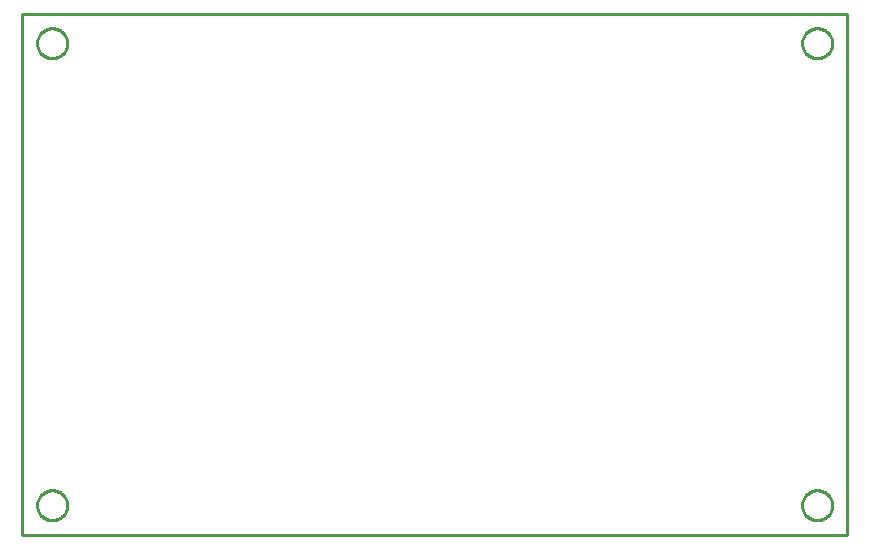
<source format=gbr>
G04 EAGLE Gerber RS-274X export*
G75*
%MOMM*%
%FSLAX34Y34*%
%LPD*%
%IN*%
%IPPOS*%
%AMOC8*
5,1,8,0,0,1.08239X$1,22.5*%
G01*
%ADD10C,0.254000*%


D10*
X0Y0D02*
X698300Y0D01*
X698300Y441200D01*
X0Y441200D01*
X0Y0D01*
X38100Y416061D02*
X38022Y415066D01*
X37866Y414080D01*
X37633Y413110D01*
X37324Y412161D01*
X36942Y411239D01*
X36489Y410350D01*
X35968Y409499D01*
X35381Y408691D01*
X34733Y407933D01*
X34027Y407227D01*
X33269Y406579D01*
X32461Y405992D01*
X31610Y405471D01*
X30721Y405018D01*
X29799Y404636D01*
X28850Y404327D01*
X27880Y404094D01*
X26894Y403938D01*
X25899Y403860D01*
X24901Y403860D01*
X23906Y403938D01*
X22920Y404094D01*
X21950Y404327D01*
X21001Y404636D01*
X20079Y405018D01*
X19190Y405471D01*
X18339Y405992D01*
X17531Y406579D01*
X16773Y407227D01*
X16067Y407933D01*
X15419Y408691D01*
X14832Y409499D01*
X14311Y410350D01*
X13858Y411239D01*
X13476Y412161D01*
X13167Y413110D01*
X12934Y414080D01*
X12778Y415066D01*
X12700Y416061D01*
X12700Y417059D01*
X12778Y418054D01*
X12934Y419040D01*
X13167Y420010D01*
X13476Y420959D01*
X13858Y421881D01*
X14311Y422770D01*
X14832Y423621D01*
X15419Y424429D01*
X16067Y425187D01*
X16773Y425893D01*
X17531Y426541D01*
X18339Y427128D01*
X19190Y427649D01*
X20079Y428102D01*
X21001Y428484D01*
X21950Y428793D01*
X22920Y429026D01*
X23906Y429182D01*
X24901Y429260D01*
X25899Y429260D01*
X26894Y429182D01*
X27880Y429026D01*
X28850Y428793D01*
X29799Y428484D01*
X30721Y428102D01*
X31610Y427649D01*
X32461Y427128D01*
X33269Y426541D01*
X34027Y425893D01*
X34733Y425187D01*
X35381Y424429D01*
X35968Y423621D01*
X36489Y422770D01*
X36942Y421881D01*
X37324Y420959D01*
X37633Y420010D01*
X37866Y419040D01*
X38022Y418054D01*
X38100Y417059D01*
X38100Y416061D01*
X685800Y416061D02*
X685722Y415066D01*
X685566Y414080D01*
X685333Y413110D01*
X685024Y412161D01*
X684642Y411239D01*
X684189Y410350D01*
X683668Y409499D01*
X683081Y408691D01*
X682433Y407933D01*
X681727Y407227D01*
X680969Y406579D01*
X680161Y405992D01*
X679310Y405471D01*
X678421Y405018D01*
X677499Y404636D01*
X676550Y404327D01*
X675580Y404094D01*
X674594Y403938D01*
X673599Y403860D01*
X672601Y403860D01*
X671606Y403938D01*
X670620Y404094D01*
X669650Y404327D01*
X668701Y404636D01*
X667779Y405018D01*
X666890Y405471D01*
X666039Y405992D01*
X665231Y406579D01*
X664473Y407227D01*
X663767Y407933D01*
X663119Y408691D01*
X662532Y409499D01*
X662011Y410350D01*
X661558Y411239D01*
X661176Y412161D01*
X660867Y413110D01*
X660634Y414080D01*
X660478Y415066D01*
X660400Y416061D01*
X660400Y417059D01*
X660478Y418054D01*
X660634Y419040D01*
X660867Y420010D01*
X661176Y420959D01*
X661558Y421881D01*
X662011Y422770D01*
X662532Y423621D01*
X663119Y424429D01*
X663767Y425187D01*
X664473Y425893D01*
X665231Y426541D01*
X666039Y427128D01*
X666890Y427649D01*
X667779Y428102D01*
X668701Y428484D01*
X669650Y428793D01*
X670620Y429026D01*
X671606Y429182D01*
X672601Y429260D01*
X673599Y429260D01*
X674594Y429182D01*
X675580Y429026D01*
X676550Y428793D01*
X677499Y428484D01*
X678421Y428102D01*
X679310Y427649D01*
X680161Y427128D01*
X680969Y426541D01*
X681727Y425893D01*
X682433Y425187D01*
X683081Y424429D01*
X683668Y423621D01*
X684189Y422770D01*
X684642Y421881D01*
X685024Y420959D01*
X685333Y420010D01*
X685566Y419040D01*
X685722Y418054D01*
X685800Y417059D01*
X685800Y416061D01*
X685800Y24901D02*
X685722Y23906D01*
X685566Y22920D01*
X685333Y21950D01*
X685024Y21001D01*
X684642Y20079D01*
X684189Y19190D01*
X683668Y18339D01*
X683081Y17531D01*
X682433Y16773D01*
X681727Y16067D01*
X680969Y15419D01*
X680161Y14832D01*
X679310Y14311D01*
X678421Y13858D01*
X677499Y13476D01*
X676550Y13167D01*
X675580Y12934D01*
X674594Y12778D01*
X673599Y12700D01*
X672601Y12700D01*
X671606Y12778D01*
X670620Y12934D01*
X669650Y13167D01*
X668701Y13476D01*
X667779Y13858D01*
X666890Y14311D01*
X666039Y14832D01*
X665231Y15419D01*
X664473Y16067D01*
X663767Y16773D01*
X663119Y17531D01*
X662532Y18339D01*
X662011Y19190D01*
X661558Y20079D01*
X661176Y21001D01*
X660867Y21950D01*
X660634Y22920D01*
X660478Y23906D01*
X660400Y24901D01*
X660400Y25899D01*
X660478Y26894D01*
X660634Y27880D01*
X660867Y28850D01*
X661176Y29799D01*
X661558Y30721D01*
X662011Y31610D01*
X662532Y32461D01*
X663119Y33269D01*
X663767Y34027D01*
X664473Y34733D01*
X665231Y35381D01*
X666039Y35968D01*
X666890Y36489D01*
X667779Y36942D01*
X668701Y37324D01*
X669650Y37633D01*
X670620Y37866D01*
X671606Y38022D01*
X672601Y38100D01*
X673599Y38100D01*
X674594Y38022D01*
X675580Y37866D01*
X676550Y37633D01*
X677499Y37324D01*
X678421Y36942D01*
X679310Y36489D01*
X680161Y35968D01*
X680969Y35381D01*
X681727Y34733D01*
X682433Y34027D01*
X683081Y33269D01*
X683668Y32461D01*
X684189Y31610D01*
X684642Y30721D01*
X685024Y29799D01*
X685333Y28850D01*
X685566Y27880D01*
X685722Y26894D01*
X685800Y25899D01*
X685800Y24901D01*
X38100Y24901D02*
X38022Y23906D01*
X37866Y22920D01*
X37633Y21950D01*
X37324Y21001D01*
X36942Y20079D01*
X36489Y19190D01*
X35968Y18339D01*
X35381Y17531D01*
X34733Y16773D01*
X34027Y16067D01*
X33269Y15419D01*
X32461Y14832D01*
X31610Y14311D01*
X30721Y13858D01*
X29799Y13476D01*
X28850Y13167D01*
X27880Y12934D01*
X26894Y12778D01*
X25899Y12700D01*
X24901Y12700D01*
X23906Y12778D01*
X22920Y12934D01*
X21950Y13167D01*
X21001Y13476D01*
X20079Y13858D01*
X19190Y14311D01*
X18339Y14832D01*
X17531Y15419D01*
X16773Y16067D01*
X16067Y16773D01*
X15419Y17531D01*
X14832Y18339D01*
X14311Y19190D01*
X13858Y20079D01*
X13476Y21001D01*
X13167Y21950D01*
X12934Y22920D01*
X12778Y23906D01*
X12700Y24901D01*
X12700Y25899D01*
X12778Y26894D01*
X12934Y27880D01*
X13167Y28850D01*
X13476Y29799D01*
X13858Y30721D01*
X14311Y31610D01*
X14832Y32461D01*
X15419Y33269D01*
X16067Y34027D01*
X16773Y34733D01*
X17531Y35381D01*
X18339Y35968D01*
X19190Y36489D01*
X20079Y36942D01*
X21001Y37324D01*
X21950Y37633D01*
X22920Y37866D01*
X23906Y38022D01*
X24901Y38100D01*
X25899Y38100D01*
X26894Y38022D01*
X27880Y37866D01*
X28850Y37633D01*
X29799Y37324D01*
X30721Y36942D01*
X31610Y36489D01*
X32461Y35968D01*
X33269Y35381D01*
X34027Y34733D01*
X34733Y34027D01*
X35381Y33269D01*
X35968Y32461D01*
X36489Y31610D01*
X36942Y30721D01*
X37324Y29799D01*
X37633Y28850D01*
X37866Y27880D01*
X38022Y26894D01*
X38100Y25899D01*
X38100Y24901D01*
M02*

</source>
